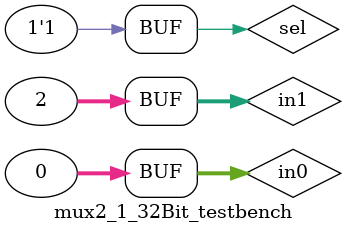
<source format=sv>

`timescale 1 ps / 100 fs

module mux2_1_32Bit #(parameter WIDTH=32) (out, in0, in1, sel);
	input [WIDTH-1:0] in0, in1;
	input sel;
	output [WIDTH-1:0]out;
	
	genvar i;
	
	generate
		for(i=0; i<WIDTH; i++) begin : eachDec
			mux2_1Bit mux0(.out(out[i]), .in0(in0[i]), .in1(in1[i]), .sel); 
		end
	endgenerate
	
endmodule 

module mux2_1_32Bit_testbench();
	reg [31:0] in0, in1;
	reg sel;
	wire [31:0]out;
	
	mux2_1_32Bit dut (.out, .in0, .in1, .sel);
	
	initial begin
		in0=32; in1=210; 
		sel = 0; #1000;
		sel = 1; #1000;
		in0=0; in1=2; 
		sel = 0; #1000;
		sel = 1; #1000;
			
	end
endmodule 
	
</source>
